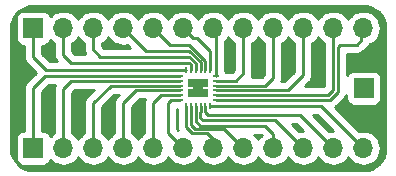
<source format=gtl>
G04 #@! TF.GenerationSoftware,KiCad,Pcbnew,(5.1.4-6-g300381ba4)-1*
G04 #@! TF.CreationDate,2019-11-22T10:46:45+00:00*
G04 #@! TF.ProjectId,qfn-24-breakout,71666e2d-3234-42d6-9272-65616b6f7574,rev?*
G04 #@! TF.SameCoordinates,Original*
G04 #@! TF.FileFunction,Copper,L1,Top*
G04 #@! TF.FilePolarity,Positive*
%FSLAX46Y46*%
G04 Gerber Fmt 4.6, Leading zero omitted, Abs format (unit mm)*
G04 Created by KiCad (PCBNEW (5.1.4-6-g300381ba4)-1) date 2019-11-22 10:46:45*
%MOMM*%
%LPD*%
G04 APERTURE LIST*
%ADD10R,1.700000X1.700000*%
%ADD11O,1.700000X1.700000*%
%ADD12R,0.550000X0.200000*%
%ADD13R,0.200000X0.550000*%
%ADD14R,0.875000X0.800000*%
%ADD15C,0.800000*%
%ADD16C,0.250000*%
%ADD17C,0.254000*%
G04 APERTURE END LIST*
D10*
X205800000Y-73660000D03*
D11*
X205740000Y-78740000D03*
X203200000Y-78740000D03*
X200660000Y-78740000D03*
X198120000Y-78740000D03*
X195580000Y-78740000D03*
X193040000Y-78740000D03*
X190500000Y-78740000D03*
X187960000Y-78740000D03*
X185420000Y-78740000D03*
X182880000Y-78740000D03*
X180340000Y-78740000D03*
D10*
X177800000Y-78740000D03*
X177800000Y-68580000D03*
D11*
X180340000Y-68580000D03*
X182880000Y-68580000D03*
X185420000Y-68580000D03*
X187960000Y-68580000D03*
X190500000Y-68580000D03*
X193040000Y-68580000D03*
X195580000Y-68580000D03*
X198120000Y-68580000D03*
X200660000Y-68580000D03*
X203200000Y-68580000D03*
X205740000Y-68580000D03*
D12*
X190270000Y-72660000D03*
X190270000Y-73060000D03*
X190270000Y-73460000D03*
X190270000Y-73860000D03*
X190270000Y-74260000D03*
X190270000Y-74660000D03*
D13*
X190770000Y-75160000D03*
X191170000Y-75160000D03*
X191570000Y-75160000D03*
X191970000Y-75160000D03*
X192370000Y-75160000D03*
X192770000Y-75160000D03*
D12*
X193270000Y-74660000D03*
X193270000Y-74260000D03*
X193270000Y-73860000D03*
X193270000Y-73460000D03*
X193270000Y-73060000D03*
X193270000Y-72660000D03*
D13*
X192770000Y-72160000D03*
X192370000Y-72160000D03*
X191970000Y-72160000D03*
X191570000Y-72160000D03*
X191170000Y-72160000D03*
X190770000Y-72160000D03*
D14*
X192205000Y-74060000D03*
X192205000Y-73260000D03*
X191335000Y-74060000D03*
X191335000Y-73260000D03*
D15*
X191770000Y-73660000D03*
D16*
X190270000Y-72660000D02*
X178800000Y-72660000D01*
X178800000Y-72660000D02*
X177800000Y-73660000D01*
X177800000Y-73660000D02*
X177800000Y-78740000D01*
X180340000Y-73730000D02*
X180340000Y-78740000D01*
X190270000Y-73060000D02*
X181010000Y-73060000D01*
X181010000Y-73060000D02*
X180340000Y-73730000D01*
X190270000Y-73460000D02*
X184350000Y-73460000D01*
X182880000Y-74930000D02*
X182880000Y-78740000D01*
X184350000Y-73460000D02*
X182880000Y-74930000D01*
X190270000Y-73860000D02*
X186490000Y-73860000D01*
X185420000Y-74930000D02*
X185420000Y-78740000D01*
X186490000Y-73860000D02*
X185420000Y-74930000D01*
X190270000Y-74260000D02*
X188630000Y-74260000D01*
X187960000Y-74930000D02*
X187960000Y-78740000D01*
X188630000Y-74260000D02*
X187960000Y-74930000D01*
X190270000Y-74660000D02*
X189500000Y-74660000D01*
X189500000Y-74660000D02*
X189230000Y-74930000D01*
X189230000Y-77470000D02*
X190500000Y-78740000D01*
X189230000Y-74930000D02*
X189230000Y-77470000D01*
X193040000Y-77978000D02*
X193040000Y-78740000D01*
X190770000Y-75685000D02*
X190754000Y-75701000D01*
X190770000Y-75160000D02*
X190770000Y-75685000D01*
X190754000Y-75701000D02*
X190754000Y-76962000D01*
X190754000Y-76962000D02*
X191262000Y-77470000D01*
X191262000Y-77470000D02*
X192532000Y-77470000D01*
X192532000Y-77470000D02*
X193040000Y-77978000D01*
X191170000Y-75685000D02*
X191135000Y-75720000D01*
X191170000Y-75160000D02*
X191170000Y-75685000D01*
X191135000Y-75720000D02*
X191135000Y-76771500D01*
X191135000Y-76771500D02*
X191516000Y-77152500D01*
X193992500Y-77152500D02*
X195580000Y-78740000D01*
X191516000Y-77152500D02*
X193992500Y-77152500D01*
X191570000Y-75685000D02*
X191579500Y-75694500D01*
X191570000Y-75160000D02*
X191570000Y-75685000D01*
X198120000Y-77537919D02*
X198120000Y-78740000D01*
X197417081Y-76835000D02*
X198120000Y-77537919D01*
X191960500Y-76835000D02*
X197417081Y-76835000D01*
X191570000Y-75685000D02*
X191570000Y-76444500D01*
X191570000Y-76444500D02*
X191960500Y-76835000D01*
X191970000Y-75685000D02*
X191960500Y-75694500D01*
X191970000Y-75160000D02*
X191970000Y-75685000D01*
X191960500Y-75694500D02*
X191960500Y-76200000D01*
X191960500Y-76200000D02*
X192151000Y-76390500D01*
X198310500Y-76390500D02*
X200660000Y-78740000D01*
X192151000Y-76390500D02*
X198310500Y-76390500D01*
X200406000Y-75946000D02*
X203200000Y-78740000D01*
X192631000Y-75946000D02*
X200406000Y-75946000D01*
X192370000Y-75160000D02*
X192370000Y-75685000D01*
X192370000Y-75685000D02*
X192631000Y-75946000D01*
X202160000Y-75160000D02*
X205740000Y-78740000D01*
X192770000Y-75160000D02*
X202160000Y-75160000D01*
X193270000Y-74660000D02*
X193795000Y-74660000D01*
X193795000Y-74660000D02*
X193811000Y-74676000D01*
X203200000Y-73800000D02*
X203200000Y-68580000D01*
X193270000Y-74260000D02*
X202740000Y-74260000D01*
X202740000Y-74260000D02*
X203200000Y-73800000D01*
X193270000Y-73860000D02*
X199390000Y-73860000D01*
X200660000Y-72590000D02*
X200660000Y-68580000D01*
X199390000Y-73860000D02*
X200660000Y-72590000D01*
X193270000Y-73460000D02*
X197460000Y-73460000D01*
X198120000Y-72800000D02*
X198120000Y-68580000D01*
X197460000Y-73460000D02*
X198120000Y-72800000D01*
X193270000Y-73060000D02*
X194940000Y-73060000D01*
X195580000Y-72420000D02*
X195580000Y-68580000D01*
X194940000Y-73060000D02*
X195580000Y-72420000D01*
X193270000Y-68810000D02*
X193040000Y-68580000D01*
X193270000Y-72660000D02*
X193270000Y-68810000D01*
X190770000Y-72160000D02*
X178910000Y-72160000D01*
X177800000Y-71050000D02*
X177800000Y-68580000D01*
X178910000Y-72160000D02*
X177800000Y-71050000D01*
X191170000Y-71635000D02*
X191035000Y-71500000D01*
X191170000Y-72160000D02*
X191170000Y-71635000D01*
X191035000Y-71500000D02*
X181000000Y-71500000D01*
X180340000Y-70840000D02*
X180340000Y-68580000D01*
X181000000Y-71500000D02*
X180340000Y-70840000D01*
X182880000Y-70380000D02*
X182880000Y-68580000D01*
X183500000Y-71000000D02*
X182880000Y-70380000D01*
X191000000Y-71000000D02*
X183500000Y-71000000D01*
X191570000Y-72160000D02*
X191570000Y-71570000D01*
X191570000Y-71570000D02*
X191000000Y-71000000D01*
X191970000Y-72160000D02*
X191970000Y-71470000D01*
X191970000Y-71470000D02*
X191000000Y-70500000D01*
X187340000Y-70500000D02*
X185420000Y-68580000D01*
X191000000Y-70500000D02*
X187340000Y-70500000D01*
X192370000Y-72160000D02*
X192370000Y-71370000D01*
X192370000Y-71370000D02*
X191000000Y-70000000D01*
X189380000Y-70000000D02*
X187960000Y-68580000D01*
X191000000Y-70000000D02*
X189380000Y-70000000D01*
X192770000Y-72160000D02*
X192770000Y-70770000D01*
X191349999Y-69429999D02*
X191679999Y-69429999D01*
X190500000Y-68580000D02*
X191349999Y-69429999D01*
X192770000Y-70520000D02*
X192770000Y-70770000D01*
X191679999Y-69429999D02*
X192770000Y-70520000D01*
X193811000Y-74676000D02*
X202924000Y-74676000D01*
X205600000Y-68720000D02*
X205740000Y-68580000D01*
X203600000Y-74000000D02*
X203600000Y-70200000D01*
X202924000Y-74676000D02*
X203600000Y-74000000D01*
X203600000Y-70200000D02*
X203800000Y-70000000D01*
X203800000Y-70000000D02*
X205200000Y-70000000D01*
X205200000Y-70000000D02*
X205600000Y-69600000D01*
X205600000Y-69600000D02*
X205600000Y-68720000D01*
D17*
G36*
X206104545Y-66738909D02*
G01*
X206455208Y-66844780D01*
X206778625Y-67016744D01*
X207062484Y-67248254D01*
X207295965Y-67530486D01*
X207470183Y-67852695D01*
X207578502Y-68202614D01*
X207620001Y-68597452D01*
X207620000Y-78707721D01*
X207581091Y-79104545D01*
X207475220Y-79455206D01*
X207303257Y-79778623D01*
X207071748Y-80062482D01*
X206789514Y-80295965D01*
X206467304Y-80470184D01*
X206117385Y-80578502D01*
X205722557Y-80620000D01*
X177832279Y-80620000D01*
X177435455Y-80581091D01*
X177084794Y-80475220D01*
X176761377Y-80303257D01*
X176477518Y-80071748D01*
X176244035Y-79789514D01*
X176069816Y-79467304D01*
X175961498Y-79117385D01*
X175920000Y-78722557D01*
X175920000Y-68612279D01*
X175958909Y-68215455D01*
X176064780Y-67864792D01*
X176136450Y-67730000D01*
X176311928Y-67730000D01*
X176311928Y-69430000D01*
X176324188Y-69554482D01*
X176360498Y-69674180D01*
X176419463Y-69784494D01*
X176498815Y-69881185D01*
X176595506Y-69960537D01*
X176705820Y-70019502D01*
X176825518Y-70055812D01*
X176950000Y-70068072D01*
X177040000Y-70068072D01*
X177040000Y-71012677D01*
X177036324Y-71050000D01*
X177040000Y-71087322D01*
X177040000Y-71087332D01*
X177050997Y-71198985D01*
X177091548Y-71332667D01*
X177094454Y-71342246D01*
X177165026Y-71474276D01*
X177195167Y-71511002D01*
X177259999Y-71590001D01*
X177289002Y-71613804D01*
X178030198Y-72355000D01*
X177289002Y-73096196D01*
X177259999Y-73119999D01*
X177207740Y-73183677D01*
X177165026Y-73235724D01*
X177104479Y-73348998D01*
X177094454Y-73367754D01*
X177050997Y-73511015D01*
X177040000Y-73622668D01*
X177040000Y-73622678D01*
X177036324Y-73660000D01*
X177040000Y-73697323D01*
X177040001Y-77251928D01*
X176950000Y-77251928D01*
X176825518Y-77264188D01*
X176705820Y-77300498D01*
X176595506Y-77359463D01*
X176498815Y-77438815D01*
X176419463Y-77535506D01*
X176360498Y-77645820D01*
X176324188Y-77765518D01*
X176311928Y-77890000D01*
X176311928Y-79590000D01*
X176324188Y-79714482D01*
X176360498Y-79834180D01*
X176419463Y-79944494D01*
X176498815Y-80041185D01*
X176595506Y-80120537D01*
X176705820Y-80179502D01*
X176825518Y-80215812D01*
X176950000Y-80228072D01*
X178650000Y-80228072D01*
X178774482Y-80215812D01*
X178894180Y-80179502D01*
X179004494Y-80120537D01*
X179101185Y-80041185D01*
X179180537Y-79944494D01*
X179239502Y-79834180D01*
X179260393Y-79765313D01*
X179284866Y-79795134D01*
X179510986Y-79980706D01*
X179768966Y-80118599D01*
X180048889Y-80203513D01*
X180267050Y-80225000D01*
X180412950Y-80225000D01*
X180631111Y-80203513D01*
X180911034Y-80118599D01*
X181169014Y-79980706D01*
X181395134Y-79795134D01*
X181580706Y-79569014D01*
X181610000Y-79514209D01*
X181639294Y-79569014D01*
X181824866Y-79795134D01*
X182050986Y-79980706D01*
X182308966Y-80118599D01*
X182588889Y-80203513D01*
X182807050Y-80225000D01*
X182952950Y-80225000D01*
X183171111Y-80203513D01*
X183451034Y-80118599D01*
X183709014Y-79980706D01*
X183935134Y-79795134D01*
X184120706Y-79569014D01*
X184150000Y-79514209D01*
X184179294Y-79569014D01*
X184364866Y-79795134D01*
X184590986Y-79980706D01*
X184848966Y-80118599D01*
X185128889Y-80203513D01*
X185347050Y-80225000D01*
X185492950Y-80225000D01*
X185711111Y-80203513D01*
X185991034Y-80118599D01*
X186249014Y-79980706D01*
X186475134Y-79795134D01*
X186660706Y-79569014D01*
X186690000Y-79514209D01*
X186719294Y-79569014D01*
X186904866Y-79795134D01*
X187130986Y-79980706D01*
X187388966Y-80118599D01*
X187668889Y-80203513D01*
X187887050Y-80225000D01*
X188032950Y-80225000D01*
X188251111Y-80203513D01*
X188531034Y-80118599D01*
X188789014Y-79980706D01*
X189015134Y-79795134D01*
X189200706Y-79569014D01*
X189230000Y-79514209D01*
X189259294Y-79569014D01*
X189444866Y-79795134D01*
X189670986Y-79980706D01*
X189928966Y-80118599D01*
X190208889Y-80203513D01*
X190427050Y-80225000D01*
X190572950Y-80225000D01*
X190791111Y-80203513D01*
X191071034Y-80118599D01*
X191329014Y-79980706D01*
X191555134Y-79795134D01*
X191740706Y-79569014D01*
X191770000Y-79514209D01*
X191799294Y-79569014D01*
X191984866Y-79795134D01*
X192210986Y-79980706D01*
X192468966Y-80118599D01*
X192748889Y-80203513D01*
X192967050Y-80225000D01*
X193112950Y-80225000D01*
X193331111Y-80203513D01*
X193611034Y-80118599D01*
X193869014Y-79980706D01*
X194095134Y-79795134D01*
X194280706Y-79569014D01*
X194310000Y-79514209D01*
X194339294Y-79569014D01*
X194524866Y-79795134D01*
X194750986Y-79980706D01*
X195008966Y-80118599D01*
X195288889Y-80203513D01*
X195507050Y-80225000D01*
X195652950Y-80225000D01*
X195871111Y-80203513D01*
X196151034Y-80118599D01*
X196409014Y-79980706D01*
X196635134Y-79795134D01*
X196820706Y-79569014D01*
X196850000Y-79514209D01*
X196879294Y-79569014D01*
X197064866Y-79795134D01*
X197290986Y-79980706D01*
X197548966Y-80118599D01*
X197828889Y-80203513D01*
X198047050Y-80225000D01*
X198192950Y-80225000D01*
X198411111Y-80203513D01*
X198691034Y-80118599D01*
X198949014Y-79980706D01*
X199175134Y-79795134D01*
X199360706Y-79569014D01*
X199390000Y-79514209D01*
X199419294Y-79569014D01*
X199604866Y-79795134D01*
X199830986Y-79980706D01*
X200088966Y-80118599D01*
X200368889Y-80203513D01*
X200587050Y-80225000D01*
X200732950Y-80225000D01*
X200951111Y-80203513D01*
X201231034Y-80118599D01*
X201489014Y-79980706D01*
X201715134Y-79795134D01*
X201900706Y-79569014D01*
X201930000Y-79514209D01*
X201959294Y-79569014D01*
X202144866Y-79795134D01*
X202370986Y-79980706D01*
X202628966Y-80118599D01*
X202908889Y-80203513D01*
X203127050Y-80225000D01*
X203272950Y-80225000D01*
X203491111Y-80203513D01*
X203771034Y-80118599D01*
X204029014Y-79980706D01*
X204255134Y-79795134D01*
X204440706Y-79569014D01*
X204470000Y-79514209D01*
X204499294Y-79569014D01*
X204684866Y-79795134D01*
X204910986Y-79980706D01*
X205168966Y-80118599D01*
X205448889Y-80203513D01*
X205667050Y-80225000D01*
X205812950Y-80225000D01*
X206031111Y-80203513D01*
X206311034Y-80118599D01*
X206569014Y-79980706D01*
X206795134Y-79795134D01*
X206980706Y-79569014D01*
X207118599Y-79311034D01*
X207203513Y-79031111D01*
X207232185Y-78740000D01*
X207203513Y-78448889D01*
X207118599Y-78168966D01*
X206980706Y-77910986D01*
X206795134Y-77684866D01*
X206569014Y-77499294D01*
X206311034Y-77361401D01*
X206031111Y-77276487D01*
X205812950Y-77255000D01*
X205667050Y-77255000D01*
X205448889Y-77276487D01*
X205374005Y-77299203D01*
X203368872Y-75294071D01*
X203464001Y-75216001D01*
X203487803Y-75186998D01*
X204111004Y-74563798D01*
X204140001Y-74540001D01*
X204234974Y-74424276D01*
X204305546Y-74292247D01*
X204311928Y-74271208D01*
X204311928Y-74510000D01*
X204324188Y-74634482D01*
X204360498Y-74754180D01*
X204419463Y-74864494D01*
X204498815Y-74961185D01*
X204595506Y-75040537D01*
X204705820Y-75099502D01*
X204825518Y-75135812D01*
X204950000Y-75148072D01*
X206650000Y-75148072D01*
X206774482Y-75135812D01*
X206894180Y-75099502D01*
X207004494Y-75040537D01*
X207101185Y-74961185D01*
X207180537Y-74864494D01*
X207239502Y-74754180D01*
X207275812Y-74634482D01*
X207288072Y-74510000D01*
X207288072Y-72810000D01*
X207275812Y-72685518D01*
X207239502Y-72565820D01*
X207180537Y-72455506D01*
X207101185Y-72358815D01*
X207004494Y-72279463D01*
X206894180Y-72220498D01*
X206774482Y-72184188D01*
X206650000Y-72171928D01*
X204950000Y-72171928D01*
X204825518Y-72184188D01*
X204705820Y-72220498D01*
X204595506Y-72279463D01*
X204498815Y-72358815D01*
X204419463Y-72455506D01*
X204360498Y-72565820D01*
X204360000Y-72567462D01*
X204360000Y-70760000D01*
X205162678Y-70760000D01*
X205200000Y-70763676D01*
X205237322Y-70760000D01*
X205237333Y-70760000D01*
X205348986Y-70749003D01*
X205492247Y-70705546D01*
X205624276Y-70634974D01*
X205740001Y-70540001D01*
X205763803Y-70510998D01*
X206111003Y-70163799D01*
X206140001Y-70140001D01*
X206234974Y-70024276D01*
X206262154Y-69973427D01*
X206311034Y-69958599D01*
X206569014Y-69820706D01*
X206795134Y-69635134D01*
X206980706Y-69409014D01*
X207118599Y-69151034D01*
X207203513Y-68871111D01*
X207232185Y-68580000D01*
X207203513Y-68288889D01*
X207118599Y-68008966D01*
X206980706Y-67750986D01*
X206795134Y-67524866D01*
X206569014Y-67339294D01*
X206311034Y-67201401D01*
X206031111Y-67116487D01*
X205812950Y-67095000D01*
X205667050Y-67095000D01*
X205448889Y-67116487D01*
X205168966Y-67201401D01*
X204910986Y-67339294D01*
X204684866Y-67524866D01*
X204499294Y-67750986D01*
X204470000Y-67805791D01*
X204440706Y-67750986D01*
X204255134Y-67524866D01*
X204029014Y-67339294D01*
X203771034Y-67201401D01*
X203491111Y-67116487D01*
X203272950Y-67095000D01*
X203127050Y-67095000D01*
X202908889Y-67116487D01*
X202628966Y-67201401D01*
X202370986Y-67339294D01*
X202144866Y-67524866D01*
X201959294Y-67750986D01*
X201930000Y-67805791D01*
X201900706Y-67750986D01*
X201715134Y-67524866D01*
X201489014Y-67339294D01*
X201231034Y-67201401D01*
X200951111Y-67116487D01*
X200732950Y-67095000D01*
X200587050Y-67095000D01*
X200368889Y-67116487D01*
X200088966Y-67201401D01*
X199830986Y-67339294D01*
X199604866Y-67524866D01*
X199419294Y-67750986D01*
X199390000Y-67805791D01*
X199360706Y-67750986D01*
X199175134Y-67524866D01*
X198949014Y-67339294D01*
X198691034Y-67201401D01*
X198411111Y-67116487D01*
X198192950Y-67095000D01*
X198047050Y-67095000D01*
X197828889Y-67116487D01*
X197548966Y-67201401D01*
X197290986Y-67339294D01*
X197064866Y-67524866D01*
X196879294Y-67750986D01*
X196850000Y-67805791D01*
X196820706Y-67750986D01*
X196635134Y-67524866D01*
X196409014Y-67339294D01*
X196151034Y-67201401D01*
X195871111Y-67116487D01*
X195652950Y-67095000D01*
X195507050Y-67095000D01*
X195288889Y-67116487D01*
X195008966Y-67201401D01*
X194750986Y-67339294D01*
X194524866Y-67524866D01*
X194339294Y-67750986D01*
X194310000Y-67805791D01*
X194280706Y-67750986D01*
X194095134Y-67524866D01*
X193869014Y-67339294D01*
X193611034Y-67201401D01*
X193331111Y-67116487D01*
X193112950Y-67095000D01*
X192967050Y-67095000D01*
X192748889Y-67116487D01*
X192468966Y-67201401D01*
X192210986Y-67339294D01*
X191984866Y-67524866D01*
X191799294Y-67750986D01*
X191770000Y-67805791D01*
X191740706Y-67750986D01*
X191555134Y-67524866D01*
X191329014Y-67339294D01*
X191071034Y-67201401D01*
X190791111Y-67116487D01*
X190572950Y-67095000D01*
X190427050Y-67095000D01*
X190208889Y-67116487D01*
X189928966Y-67201401D01*
X189670986Y-67339294D01*
X189444866Y-67524866D01*
X189259294Y-67750986D01*
X189230000Y-67805791D01*
X189200706Y-67750986D01*
X189015134Y-67524866D01*
X188789014Y-67339294D01*
X188531034Y-67201401D01*
X188251111Y-67116487D01*
X188032950Y-67095000D01*
X187887050Y-67095000D01*
X187668889Y-67116487D01*
X187388966Y-67201401D01*
X187130986Y-67339294D01*
X186904866Y-67524866D01*
X186719294Y-67750986D01*
X186690000Y-67805791D01*
X186660706Y-67750986D01*
X186475134Y-67524866D01*
X186249014Y-67339294D01*
X185991034Y-67201401D01*
X185711111Y-67116487D01*
X185492950Y-67095000D01*
X185347050Y-67095000D01*
X185128889Y-67116487D01*
X184848966Y-67201401D01*
X184590986Y-67339294D01*
X184364866Y-67524866D01*
X184179294Y-67750986D01*
X184150000Y-67805791D01*
X184120706Y-67750986D01*
X183935134Y-67524866D01*
X183709014Y-67339294D01*
X183451034Y-67201401D01*
X183171111Y-67116487D01*
X182952950Y-67095000D01*
X182807050Y-67095000D01*
X182588889Y-67116487D01*
X182308966Y-67201401D01*
X182050986Y-67339294D01*
X181824866Y-67524866D01*
X181639294Y-67750986D01*
X181610000Y-67805791D01*
X181580706Y-67750986D01*
X181395134Y-67524866D01*
X181169014Y-67339294D01*
X180911034Y-67201401D01*
X180631111Y-67116487D01*
X180412950Y-67095000D01*
X180267050Y-67095000D01*
X180048889Y-67116487D01*
X179768966Y-67201401D01*
X179510986Y-67339294D01*
X179284866Y-67524866D01*
X179260393Y-67554687D01*
X179239502Y-67485820D01*
X179180537Y-67375506D01*
X179101185Y-67278815D01*
X179004494Y-67199463D01*
X178894180Y-67140498D01*
X178774482Y-67104188D01*
X178650000Y-67091928D01*
X176950000Y-67091928D01*
X176825518Y-67104188D01*
X176705820Y-67140498D01*
X176595506Y-67199463D01*
X176498815Y-67278815D01*
X176419463Y-67375506D01*
X176360498Y-67485820D01*
X176324188Y-67605518D01*
X176311928Y-67730000D01*
X176136450Y-67730000D01*
X176236744Y-67541375D01*
X176468254Y-67257516D01*
X176750486Y-67024035D01*
X177072695Y-66849817D01*
X177422614Y-66741498D01*
X177817443Y-66700000D01*
X205707721Y-66700000D01*
X206104545Y-66738909D01*
X206104545Y-66738909D01*
G37*
X206104545Y-66738909D02*
X206455208Y-66844780D01*
X206778625Y-67016744D01*
X207062484Y-67248254D01*
X207295965Y-67530486D01*
X207470183Y-67852695D01*
X207578502Y-68202614D01*
X207620001Y-68597452D01*
X207620000Y-78707721D01*
X207581091Y-79104545D01*
X207475220Y-79455206D01*
X207303257Y-79778623D01*
X207071748Y-80062482D01*
X206789514Y-80295965D01*
X206467304Y-80470184D01*
X206117385Y-80578502D01*
X205722557Y-80620000D01*
X177832279Y-80620000D01*
X177435455Y-80581091D01*
X177084794Y-80475220D01*
X176761377Y-80303257D01*
X176477518Y-80071748D01*
X176244035Y-79789514D01*
X176069816Y-79467304D01*
X175961498Y-79117385D01*
X175920000Y-78722557D01*
X175920000Y-68612279D01*
X175958909Y-68215455D01*
X176064780Y-67864792D01*
X176136450Y-67730000D01*
X176311928Y-67730000D01*
X176311928Y-69430000D01*
X176324188Y-69554482D01*
X176360498Y-69674180D01*
X176419463Y-69784494D01*
X176498815Y-69881185D01*
X176595506Y-69960537D01*
X176705820Y-70019502D01*
X176825518Y-70055812D01*
X176950000Y-70068072D01*
X177040000Y-70068072D01*
X177040000Y-71012677D01*
X177036324Y-71050000D01*
X177040000Y-71087322D01*
X177040000Y-71087332D01*
X177050997Y-71198985D01*
X177091548Y-71332667D01*
X177094454Y-71342246D01*
X177165026Y-71474276D01*
X177195167Y-71511002D01*
X177259999Y-71590001D01*
X177289002Y-71613804D01*
X178030198Y-72355000D01*
X177289002Y-73096196D01*
X177259999Y-73119999D01*
X177207740Y-73183677D01*
X177165026Y-73235724D01*
X177104479Y-73348998D01*
X177094454Y-73367754D01*
X177050997Y-73511015D01*
X177040000Y-73622668D01*
X177040000Y-73622678D01*
X177036324Y-73660000D01*
X177040000Y-73697323D01*
X177040001Y-77251928D01*
X176950000Y-77251928D01*
X176825518Y-77264188D01*
X176705820Y-77300498D01*
X176595506Y-77359463D01*
X176498815Y-77438815D01*
X176419463Y-77535506D01*
X176360498Y-77645820D01*
X176324188Y-77765518D01*
X176311928Y-77890000D01*
X176311928Y-79590000D01*
X176324188Y-79714482D01*
X176360498Y-79834180D01*
X176419463Y-79944494D01*
X176498815Y-80041185D01*
X176595506Y-80120537D01*
X176705820Y-80179502D01*
X176825518Y-80215812D01*
X176950000Y-80228072D01*
X178650000Y-80228072D01*
X178774482Y-80215812D01*
X178894180Y-80179502D01*
X179004494Y-80120537D01*
X179101185Y-80041185D01*
X179180537Y-79944494D01*
X179239502Y-79834180D01*
X179260393Y-79765313D01*
X179284866Y-79795134D01*
X179510986Y-79980706D01*
X179768966Y-80118599D01*
X180048889Y-80203513D01*
X180267050Y-80225000D01*
X180412950Y-80225000D01*
X180631111Y-80203513D01*
X180911034Y-80118599D01*
X181169014Y-79980706D01*
X181395134Y-79795134D01*
X181580706Y-79569014D01*
X181610000Y-79514209D01*
X181639294Y-79569014D01*
X181824866Y-79795134D01*
X182050986Y-79980706D01*
X182308966Y-80118599D01*
X182588889Y-80203513D01*
X182807050Y-80225000D01*
X182952950Y-80225000D01*
X183171111Y-80203513D01*
X183451034Y-80118599D01*
X183709014Y-79980706D01*
X183935134Y-79795134D01*
X184120706Y-79569014D01*
X184150000Y-79514209D01*
X184179294Y-79569014D01*
X184364866Y-79795134D01*
X184590986Y-79980706D01*
X184848966Y-80118599D01*
X185128889Y-80203513D01*
X185347050Y-80225000D01*
X185492950Y-80225000D01*
X185711111Y-80203513D01*
X185991034Y-80118599D01*
X186249014Y-79980706D01*
X186475134Y-79795134D01*
X186660706Y-79569014D01*
X186690000Y-79514209D01*
X186719294Y-79569014D01*
X186904866Y-79795134D01*
X187130986Y-79980706D01*
X187388966Y-80118599D01*
X187668889Y-80203513D01*
X187887050Y-80225000D01*
X188032950Y-80225000D01*
X188251111Y-80203513D01*
X188531034Y-80118599D01*
X188789014Y-79980706D01*
X189015134Y-79795134D01*
X189200706Y-79569014D01*
X189230000Y-79514209D01*
X189259294Y-79569014D01*
X189444866Y-79795134D01*
X189670986Y-79980706D01*
X189928966Y-80118599D01*
X190208889Y-80203513D01*
X190427050Y-80225000D01*
X190572950Y-80225000D01*
X190791111Y-80203513D01*
X191071034Y-80118599D01*
X191329014Y-79980706D01*
X191555134Y-79795134D01*
X191740706Y-79569014D01*
X191770000Y-79514209D01*
X191799294Y-79569014D01*
X191984866Y-79795134D01*
X192210986Y-79980706D01*
X192468966Y-80118599D01*
X192748889Y-80203513D01*
X192967050Y-80225000D01*
X193112950Y-80225000D01*
X193331111Y-80203513D01*
X193611034Y-80118599D01*
X193869014Y-79980706D01*
X194095134Y-79795134D01*
X194280706Y-79569014D01*
X194310000Y-79514209D01*
X194339294Y-79569014D01*
X194524866Y-79795134D01*
X194750986Y-79980706D01*
X195008966Y-80118599D01*
X195288889Y-80203513D01*
X195507050Y-80225000D01*
X195652950Y-80225000D01*
X195871111Y-80203513D01*
X196151034Y-80118599D01*
X196409014Y-79980706D01*
X196635134Y-79795134D01*
X196820706Y-79569014D01*
X196850000Y-79514209D01*
X196879294Y-79569014D01*
X197064866Y-79795134D01*
X197290986Y-79980706D01*
X197548966Y-80118599D01*
X197828889Y-80203513D01*
X198047050Y-80225000D01*
X198192950Y-80225000D01*
X198411111Y-80203513D01*
X198691034Y-80118599D01*
X198949014Y-79980706D01*
X199175134Y-79795134D01*
X199360706Y-79569014D01*
X199390000Y-79514209D01*
X199419294Y-79569014D01*
X199604866Y-79795134D01*
X199830986Y-79980706D01*
X200088966Y-80118599D01*
X200368889Y-80203513D01*
X200587050Y-80225000D01*
X200732950Y-80225000D01*
X200951111Y-80203513D01*
X201231034Y-80118599D01*
X201489014Y-79980706D01*
X201715134Y-79795134D01*
X201900706Y-79569014D01*
X201930000Y-79514209D01*
X201959294Y-79569014D01*
X202144866Y-79795134D01*
X202370986Y-79980706D01*
X202628966Y-80118599D01*
X202908889Y-80203513D01*
X203127050Y-80225000D01*
X203272950Y-80225000D01*
X203491111Y-80203513D01*
X203771034Y-80118599D01*
X204029014Y-79980706D01*
X204255134Y-79795134D01*
X204440706Y-79569014D01*
X204470000Y-79514209D01*
X204499294Y-79569014D01*
X204684866Y-79795134D01*
X204910986Y-79980706D01*
X205168966Y-80118599D01*
X205448889Y-80203513D01*
X205667050Y-80225000D01*
X205812950Y-80225000D01*
X206031111Y-80203513D01*
X206311034Y-80118599D01*
X206569014Y-79980706D01*
X206795134Y-79795134D01*
X206980706Y-79569014D01*
X207118599Y-79311034D01*
X207203513Y-79031111D01*
X207232185Y-78740000D01*
X207203513Y-78448889D01*
X207118599Y-78168966D01*
X206980706Y-77910986D01*
X206795134Y-77684866D01*
X206569014Y-77499294D01*
X206311034Y-77361401D01*
X206031111Y-77276487D01*
X205812950Y-77255000D01*
X205667050Y-77255000D01*
X205448889Y-77276487D01*
X205374005Y-77299203D01*
X203368872Y-75294071D01*
X203464001Y-75216001D01*
X203487803Y-75186998D01*
X204111004Y-74563798D01*
X204140001Y-74540001D01*
X204234974Y-74424276D01*
X204305546Y-74292247D01*
X204311928Y-74271208D01*
X204311928Y-74510000D01*
X204324188Y-74634482D01*
X204360498Y-74754180D01*
X204419463Y-74864494D01*
X204498815Y-74961185D01*
X204595506Y-75040537D01*
X204705820Y-75099502D01*
X204825518Y-75135812D01*
X204950000Y-75148072D01*
X206650000Y-75148072D01*
X206774482Y-75135812D01*
X206894180Y-75099502D01*
X207004494Y-75040537D01*
X207101185Y-74961185D01*
X207180537Y-74864494D01*
X207239502Y-74754180D01*
X207275812Y-74634482D01*
X207288072Y-74510000D01*
X207288072Y-72810000D01*
X207275812Y-72685518D01*
X207239502Y-72565820D01*
X207180537Y-72455506D01*
X207101185Y-72358815D01*
X207004494Y-72279463D01*
X206894180Y-72220498D01*
X206774482Y-72184188D01*
X206650000Y-72171928D01*
X204950000Y-72171928D01*
X204825518Y-72184188D01*
X204705820Y-72220498D01*
X204595506Y-72279463D01*
X204498815Y-72358815D01*
X204419463Y-72455506D01*
X204360498Y-72565820D01*
X204360000Y-72567462D01*
X204360000Y-70760000D01*
X205162678Y-70760000D01*
X205200000Y-70763676D01*
X205237322Y-70760000D01*
X205237333Y-70760000D01*
X205348986Y-70749003D01*
X205492247Y-70705546D01*
X205624276Y-70634974D01*
X205740001Y-70540001D01*
X205763803Y-70510998D01*
X206111003Y-70163799D01*
X206140001Y-70140001D01*
X206234974Y-70024276D01*
X206262154Y-69973427D01*
X206311034Y-69958599D01*
X206569014Y-69820706D01*
X206795134Y-69635134D01*
X206980706Y-69409014D01*
X207118599Y-69151034D01*
X207203513Y-68871111D01*
X207232185Y-68580000D01*
X207203513Y-68288889D01*
X207118599Y-68008966D01*
X206980706Y-67750986D01*
X206795134Y-67524866D01*
X206569014Y-67339294D01*
X206311034Y-67201401D01*
X206031111Y-67116487D01*
X205812950Y-67095000D01*
X205667050Y-67095000D01*
X205448889Y-67116487D01*
X205168966Y-67201401D01*
X204910986Y-67339294D01*
X204684866Y-67524866D01*
X204499294Y-67750986D01*
X204470000Y-67805791D01*
X204440706Y-67750986D01*
X204255134Y-67524866D01*
X204029014Y-67339294D01*
X203771034Y-67201401D01*
X203491111Y-67116487D01*
X203272950Y-67095000D01*
X203127050Y-67095000D01*
X202908889Y-67116487D01*
X202628966Y-67201401D01*
X202370986Y-67339294D01*
X202144866Y-67524866D01*
X201959294Y-67750986D01*
X201930000Y-67805791D01*
X201900706Y-67750986D01*
X201715134Y-67524866D01*
X201489014Y-67339294D01*
X201231034Y-67201401D01*
X200951111Y-67116487D01*
X200732950Y-67095000D01*
X200587050Y-67095000D01*
X200368889Y-67116487D01*
X200088966Y-67201401D01*
X199830986Y-67339294D01*
X199604866Y-67524866D01*
X199419294Y-67750986D01*
X199390000Y-67805791D01*
X199360706Y-67750986D01*
X199175134Y-67524866D01*
X198949014Y-67339294D01*
X198691034Y-67201401D01*
X198411111Y-67116487D01*
X198192950Y-67095000D01*
X198047050Y-67095000D01*
X197828889Y-67116487D01*
X197548966Y-67201401D01*
X197290986Y-67339294D01*
X197064866Y-67524866D01*
X196879294Y-67750986D01*
X196850000Y-67805791D01*
X196820706Y-67750986D01*
X196635134Y-67524866D01*
X196409014Y-67339294D01*
X196151034Y-67201401D01*
X195871111Y-67116487D01*
X195652950Y-67095000D01*
X195507050Y-67095000D01*
X195288889Y-67116487D01*
X195008966Y-67201401D01*
X194750986Y-67339294D01*
X194524866Y-67524866D01*
X194339294Y-67750986D01*
X194310000Y-67805791D01*
X194280706Y-67750986D01*
X194095134Y-67524866D01*
X193869014Y-67339294D01*
X193611034Y-67201401D01*
X193331111Y-67116487D01*
X193112950Y-67095000D01*
X192967050Y-67095000D01*
X192748889Y-67116487D01*
X192468966Y-67201401D01*
X192210986Y-67339294D01*
X191984866Y-67524866D01*
X191799294Y-67750986D01*
X191770000Y-67805791D01*
X191740706Y-67750986D01*
X191555134Y-67524866D01*
X191329014Y-67339294D01*
X191071034Y-67201401D01*
X190791111Y-67116487D01*
X190572950Y-67095000D01*
X190427050Y-67095000D01*
X190208889Y-67116487D01*
X189928966Y-67201401D01*
X189670986Y-67339294D01*
X189444866Y-67524866D01*
X189259294Y-67750986D01*
X189230000Y-67805791D01*
X189200706Y-67750986D01*
X189015134Y-67524866D01*
X188789014Y-67339294D01*
X188531034Y-67201401D01*
X188251111Y-67116487D01*
X188032950Y-67095000D01*
X187887050Y-67095000D01*
X187668889Y-67116487D01*
X187388966Y-67201401D01*
X187130986Y-67339294D01*
X186904866Y-67524866D01*
X186719294Y-67750986D01*
X186690000Y-67805791D01*
X186660706Y-67750986D01*
X186475134Y-67524866D01*
X186249014Y-67339294D01*
X185991034Y-67201401D01*
X185711111Y-67116487D01*
X185492950Y-67095000D01*
X185347050Y-67095000D01*
X185128889Y-67116487D01*
X184848966Y-67201401D01*
X184590986Y-67339294D01*
X184364866Y-67524866D01*
X184179294Y-67750986D01*
X184150000Y-67805791D01*
X184120706Y-67750986D01*
X183935134Y-67524866D01*
X183709014Y-67339294D01*
X183451034Y-67201401D01*
X183171111Y-67116487D01*
X182952950Y-67095000D01*
X182807050Y-67095000D01*
X182588889Y-67116487D01*
X182308966Y-67201401D01*
X182050986Y-67339294D01*
X181824866Y-67524866D01*
X181639294Y-67750986D01*
X181610000Y-67805791D01*
X181580706Y-67750986D01*
X181395134Y-67524866D01*
X181169014Y-67339294D01*
X180911034Y-67201401D01*
X180631111Y-67116487D01*
X180412950Y-67095000D01*
X180267050Y-67095000D01*
X180048889Y-67116487D01*
X179768966Y-67201401D01*
X179510986Y-67339294D01*
X179284866Y-67524866D01*
X179260393Y-67554687D01*
X179239502Y-67485820D01*
X179180537Y-67375506D01*
X179101185Y-67278815D01*
X179004494Y-67199463D01*
X178894180Y-67140498D01*
X178774482Y-67104188D01*
X178650000Y-67091928D01*
X176950000Y-67091928D01*
X176825518Y-67104188D01*
X176705820Y-67140498D01*
X176595506Y-67199463D01*
X176498815Y-67278815D01*
X176419463Y-67375506D01*
X176360498Y-67485820D01*
X176324188Y-67605518D01*
X176311928Y-67730000D01*
X176136450Y-67730000D01*
X176236744Y-67541375D01*
X176468254Y-67257516D01*
X176750486Y-67024035D01*
X177072695Y-66849817D01*
X177422614Y-66741498D01*
X177817443Y-66700000D01*
X205707721Y-66700000D01*
X206104545Y-66738909D01*
G36*
X187254454Y-74637754D02*
G01*
X187210997Y-74781015D01*
X187200000Y-74892668D01*
X187200000Y-74892678D01*
X187196324Y-74930000D01*
X187200000Y-74967323D01*
X187200001Y-77462405D01*
X187130986Y-77499294D01*
X186904866Y-77684866D01*
X186719294Y-77910986D01*
X186690000Y-77965791D01*
X186660706Y-77910986D01*
X186475134Y-77684866D01*
X186249014Y-77499294D01*
X186180000Y-77462405D01*
X186180000Y-75244801D01*
X186804802Y-74620000D01*
X187263944Y-74620000D01*
X187254454Y-74637754D01*
X187254454Y-74637754D01*
G37*
X187254454Y-74637754D02*
X187210997Y-74781015D01*
X187200000Y-74892668D01*
X187200000Y-74892678D01*
X187196324Y-74930000D01*
X187200000Y-74967323D01*
X187200001Y-77462405D01*
X187130986Y-77499294D01*
X186904866Y-77684866D01*
X186719294Y-77910986D01*
X186690000Y-77965791D01*
X186660706Y-77910986D01*
X186475134Y-77684866D01*
X186249014Y-77499294D01*
X186180000Y-77462405D01*
X186180000Y-75244801D01*
X186804802Y-74620000D01*
X187263944Y-74620000D01*
X187254454Y-74637754D01*
G36*
X197134774Y-77627494D02*
G01*
X197064866Y-77684866D01*
X196879294Y-77910986D01*
X196850000Y-77965791D01*
X196820706Y-77910986D01*
X196635134Y-77684866D01*
X196525632Y-77595000D01*
X197102280Y-77595000D01*
X197134774Y-77627494D01*
X197134774Y-77627494D01*
G37*
X197134774Y-77627494D02*
X197064866Y-77684866D01*
X196879294Y-77910986D01*
X196850000Y-77965791D01*
X196820706Y-77910986D01*
X196635134Y-77684866D01*
X196525632Y-77595000D01*
X197102280Y-77595000D01*
X197134774Y-77627494D01*
G36*
X184909002Y-74366196D02*
G01*
X184879999Y-74389999D01*
X184842643Y-74435518D01*
X184785026Y-74505724D01*
X184742929Y-74584482D01*
X184714454Y-74637754D01*
X184670997Y-74781015D01*
X184660000Y-74892668D01*
X184660000Y-74892678D01*
X184656324Y-74930000D01*
X184660000Y-74967323D01*
X184660001Y-77462405D01*
X184590986Y-77499294D01*
X184364866Y-77684866D01*
X184179294Y-77910986D01*
X184150000Y-77965791D01*
X184120706Y-77910986D01*
X183935134Y-77684866D01*
X183709014Y-77499294D01*
X183640000Y-77462405D01*
X183640000Y-75244801D01*
X184664802Y-74220000D01*
X185055199Y-74220000D01*
X184909002Y-74366196D01*
X184909002Y-74366196D01*
G37*
X184909002Y-74366196D02*
X184879999Y-74389999D01*
X184842643Y-74435518D01*
X184785026Y-74505724D01*
X184742929Y-74584482D01*
X184714454Y-74637754D01*
X184670997Y-74781015D01*
X184660000Y-74892668D01*
X184660000Y-74892678D01*
X184656324Y-74930000D01*
X184660000Y-74967323D01*
X184660001Y-77462405D01*
X184590986Y-77499294D01*
X184364866Y-77684866D01*
X184179294Y-77910986D01*
X184150000Y-77965791D01*
X184120706Y-77910986D01*
X183935134Y-77684866D01*
X183709014Y-77499294D01*
X183640000Y-77462405D01*
X183640000Y-75244801D01*
X184664802Y-74220000D01*
X185055199Y-74220000D01*
X184909002Y-74366196D01*
G36*
X182369003Y-74366196D02*
G01*
X182339999Y-74389999D01*
X182302643Y-74435518D01*
X182245026Y-74505724D01*
X182202929Y-74584482D01*
X182174454Y-74637754D01*
X182130997Y-74781015D01*
X182120000Y-74892668D01*
X182120000Y-74892678D01*
X182116324Y-74930000D01*
X182120000Y-74967323D01*
X182120001Y-77462405D01*
X182050986Y-77499294D01*
X181824866Y-77684866D01*
X181639294Y-77910986D01*
X181610000Y-77965791D01*
X181580706Y-77910986D01*
X181395134Y-77684866D01*
X181169014Y-77499294D01*
X181100000Y-77462405D01*
X181100000Y-74044801D01*
X181324802Y-73820000D01*
X182915199Y-73820000D01*
X182369003Y-74366196D01*
X182369003Y-74366196D01*
G37*
X182369003Y-74366196D02*
X182339999Y-74389999D01*
X182302643Y-74435518D01*
X182245026Y-74505724D01*
X182202929Y-74584482D01*
X182174454Y-74637754D01*
X182130997Y-74781015D01*
X182120000Y-74892668D01*
X182120000Y-74892678D01*
X182116324Y-74930000D01*
X182120000Y-74967323D01*
X182120001Y-77462405D01*
X182050986Y-77499294D01*
X181824866Y-77684866D01*
X181639294Y-77910986D01*
X181610000Y-77965791D01*
X181580706Y-77910986D01*
X181395134Y-77684866D01*
X181169014Y-77499294D01*
X181100000Y-77462405D01*
X181100000Y-74044801D01*
X181324802Y-73820000D01*
X182915199Y-73820000D01*
X182369003Y-74366196D01*
G36*
X179634454Y-73437754D02*
G01*
X179590997Y-73581015D01*
X179580000Y-73692668D01*
X179580000Y-73692678D01*
X179576324Y-73730000D01*
X179580000Y-73767323D01*
X179580001Y-77462405D01*
X179510986Y-77499294D01*
X179284866Y-77684866D01*
X179260393Y-77714687D01*
X179239502Y-77645820D01*
X179180537Y-77535506D01*
X179101185Y-77438815D01*
X179004494Y-77359463D01*
X178894180Y-77300498D01*
X178774482Y-77264188D01*
X178650000Y-77251928D01*
X178560000Y-77251928D01*
X178560000Y-73974801D01*
X179114802Y-73420000D01*
X179643944Y-73420000D01*
X179634454Y-73437754D01*
X179634454Y-73437754D01*
G37*
X179634454Y-73437754D02*
X179590997Y-73581015D01*
X179580000Y-73692668D01*
X179580000Y-73692678D01*
X179576324Y-73730000D01*
X179580000Y-73767323D01*
X179580001Y-77462405D01*
X179510986Y-77499294D01*
X179284866Y-77684866D01*
X179260393Y-77714687D01*
X179239502Y-77645820D01*
X179180537Y-77535506D01*
X179101185Y-77438815D01*
X179004494Y-77359463D01*
X178894180Y-77300498D01*
X178774482Y-77264188D01*
X178650000Y-77251928D01*
X178560000Y-77251928D01*
X178560000Y-73974801D01*
X179114802Y-73420000D01*
X179643944Y-73420000D01*
X179634454Y-73437754D01*
G36*
X200640199Y-77255000D02*
G01*
X200587050Y-77255000D01*
X200368889Y-77276487D01*
X200294005Y-77299203D01*
X199700801Y-76706000D01*
X200091199Y-76706000D01*
X200640199Y-77255000D01*
X200640199Y-77255000D01*
G37*
X200640199Y-77255000D02*
X200587050Y-77255000D01*
X200368889Y-77276487D01*
X200294005Y-77299203D01*
X199700801Y-76706000D01*
X200091199Y-76706000D01*
X200640199Y-77255000D01*
G36*
X203180199Y-77255000D02*
G01*
X203127050Y-77255000D01*
X202908889Y-77276487D01*
X202834005Y-77299203D01*
X201454801Y-75920000D01*
X201845199Y-75920000D01*
X203180199Y-77255000D01*
X203180199Y-77255000D01*
G37*
X203180199Y-77255000D02*
X203127050Y-77255000D01*
X202908889Y-77276487D01*
X202834005Y-77299203D01*
X201454801Y-75920000D01*
X201845199Y-75920000D01*
X203180199Y-77255000D01*
G36*
X190010000Y-75535522D02*
G01*
X190004997Y-75552015D01*
X189994000Y-75663668D01*
X189994000Y-75663678D01*
X189990324Y-75701000D01*
X189994000Y-75738323D01*
X189994001Y-76924668D01*
X189990324Y-76962000D01*
X189994001Y-76999333D01*
X190004998Y-77110986D01*
X190009931Y-77127247D01*
X190030779Y-77195978D01*
X189990000Y-77155199D01*
X189990000Y-75420000D01*
X190010000Y-75420000D01*
X190010000Y-75535522D01*
X190010000Y-75535522D01*
G37*
X190010000Y-75535522D02*
X190004997Y-75552015D01*
X189994000Y-75663668D01*
X189994000Y-75663678D01*
X189990324Y-75701000D01*
X189994000Y-75738323D01*
X189994001Y-76924668D01*
X189990324Y-76962000D01*
X189994001Y-76999333D01*
X190004998Y-77110986D01*
X190009931Y-77127247D01*
X190030779Y-77195978D01*
X189990000Y-77155199D01*
X189990000Y-75420000D01*
X190010000Y-75420000D01*
X190010000Y-75535522D01*
G36*
X201959294Y-69409014D02*
G01*
X202144866Y-69635134D01*
X202370986Y-69820706D01*
X202440001Y-69857595D01*
X202440000Y-73485199D01*
X202425199Y-73500000D01*
X200824802Y-73500000D01*
X201171004Y-73153798D01*
X201200001Y-73130001D01*
X201294974Y-73014276D01*
X201365546Y-72882247D01*
X201409003Y-72738986D01*
X201420000Y-72627333D01*
X201420000Y-72627324D01*
X201423676Y-72590001D01*
X201420000Y-72552678D01*
X201420000Y-69857595D01*
X201489014Y-69820706D01*
X201715134Y-69635134D01*
X201900706Y-69409014D01*
X201930000Y-69354209D01*
X201959294Y-69409014D01*
X201959294Y-69409014D01*
G37*
X201959294Y-69409014D02*
X202144866Y-69635134D01*
X202370986Y-69820706D01*
X202440001Y-69857595D01*
X202440000Y-73485199D01*
X202425199Y-73500000D01*
X200824802Y-73500000D01*
X201171004Y-73153798D01*
X201200001Y-73130001D01*
X201294974Y-73014276D01*
X201365546Y-72882247D01*
X201409003Y-72738986D01*
X201420000Y-72627333D01*
X201420000Y-72627324D01*
X201423676Y-72590001D01*
X201420000Y-72552678D01*
X201420000Y-69857595D01*
X201489014Y-69820706D01*
X201715134Y-69635134D01*
X201900706Y-69409014D01*
X201930000Y-69354209D01*
X201959294Y-69409014D01*
G36*
X199419294Y-69409014D02*
G01*
X199604866Y-69635134D01*
X199830986Y-69820706D01*
X199900001Y-69857595D01*
X199900000Y-72275198D01*
X199075199Y-73100000D01*
X198821402Y-73100000D01*
X198825546Y-73092247D01*
X198827964Y-73084275D01*
X198869003Y-72948986D01*
X198880000Y-72837333D01*
X198880000Y-72837323D01*
X198883676Y-72800000D01*
X198880000Y-72762677D01*
X198880000Y-69857595D01*
X198949014Y-69820706D01*
X199175134Y-69635134D01*
X199360706Y-69409014D01*
X199390000Y-69354209D01*
X199419294Y-69409014D01*
X199419294Y-69409014D01*
G37*
X199419294Y-69409014D02*
X199604866Y-69635134D01*
X199830986Y-69820706D01*
X199900001Y-69857595D01*
X199900000Y-72275198D01*
X199075199Y-73100000D01*
X198821402Y-73100000D01*
X198825546Y-73092247D01*
X198827964Y-73084275D01*
X198869003Y-72948986D01*
X198880000Y-72837333D01*
X198880000Y-72837323D01*
X198883676Y-72800000D01*
X198880000Y-72762677D01*
X198880000Y-69857595D01*
X198949014Y-69820706D01*
X199175134Y-69635134D01*
X199360706Y-69409014D01*
X199390000Y-69354209D01*
X199419294Y-69409014D01*
G36*
X196879294Y-69409014D02*
G01*
X197064866Y-69635134D01*
X197290986Y-69820706D01*
X197360001Y-69857595D01*
X197360000Y-72485198D01*
X197145199Y-72700000D01*
X196289261Y-72700000D01*
X196329003Y-72568986D01*
X196340000Y-72457333D01*
X196340000Y-72457325D01*
X196343676Y-72420000D01*
X196340000Y-72382675D01*
X196340000Y-69857595D01*
X196409014Y-69820706D01*
X196635134Y-69635134D01*
X196820706Y-69409014D01*
X196850000Y-69354209D01*
X196879294Y-69409014D01*
X196879294Y-69409014D01*
G37*
X196879294Y-69409014D02*
X197064866Y-69635134D01*
X197290986Y-69820706D01*
X197360001Y-69857595D01*
X197360000Y-72485198D01*
X197145199Y-72700000D01*
X196289261Y-72700000D01*
X196329003Y-72568986D01*
X196340000Y-72457333D01*
X196340000Y-72457325D01*
X196343676Y-72420000D01*
X196340000Y-72382675D01*
X196340000Y-69857595D01*
X196409014Y-69820706D01*
X196635134Y-69635134D01*
X196820706Y-69409014D01*
X196850000Y-69354209D01*
X196879294Y-69409014D01*
G36*
X194339294Y-69409014D02*
G01*
X194524866Y-69635134D01*
X194750986Y-69820706D01*
X194820001Y-69857595D01*
X194820000Y-72105198D01*
X194625199Y-72300000D01*
X194126046Y-72300000D01*
X194075537Y-72205506D01*
X194030000Y-72150019D01*
X194030000Y-69688588D01*
X194095134Y-69635134D01*
X194280706Y-69409014D01*
X194310000Y-69354209D01*
X194339294Y-69409014D01*
X194339294Y-69409014D01*
G37*
X194339294Y-69409014D02*
X194524866Y-69635134D01*
X194750986Y-69820706D01*
X194820001Y-69857595D01*
X194820000Y-72105198D01*
X194625199Y-72300000D01*
X194126046Y-72300000D01*
X194075537Y-72205506D01*
X194030000Y-72150019D01*
X194030000Y-69688588D01*
X194095134Y-69635134D01*
X194280706Y-69409014D01*
X194310000Y-69354209D01*
X194339294Y-69409014D01*
G36*
X179284866Y-69635134D02*
G01*
X179510986Y-69820706D01*
X179580000Y-69857595D01*
X179580000Y-70802677D01*
X179576324Y-70840000D01*
X179580000Y-70877322D01*
X179580000Y-70877332D01*
X179590997Y-70988985D01*
X179631952Y-71123998D01*
X179634454Y-71132246D01*
X179705026Y-71264276D01*
X179730650Y-71295498D01*
X179799999Y-71380001D01*
X179824368Y-71400000D01*
X179224802Y-71400000D01*
X178560000Y-70735199D01*
X178560000Y-70068072D01*
X178650000Y-70068072D01*
X178774482Y-70055812D01*
X178894180Y-70019502D01*
X179004494Y-69960537D01*
X179101185Y-69881185D01*
X179180537Y-69784494D01*
X179239502Y-69674180D01*
X179260393Y-69605313D01*
X179284866Y-69635134D01*
X179284866Y-69635134D01*
G37*
X179284866Y-69635134D02*
X179510986Y-69820706D01*
X179580000Y-69857595D01*
X179580000Y-70802677D01*
X179576324Y-70840000D01*
X179580000Y-70877322D01*
X179580000Y-70877332D01*
X179590997Y-70988985D01*
X179631952Y-71123998D01*
X179634454Y-71132246D01*
X179705026Y-71264276D01*
X179730650Y-71295498D01*
X179799999Y-71380001D01*
X179824368Y-71400000D01*
X179224802Y-71400000D01*
X178560000Y-70735199D01*
X178560000Y-70068072D01*
X178650000Y-70068072D01*
X178774482Y-70055812D01*
X178894180Y-70019502D01*
X179004494Y-69960537D01*
X179101185Y-69881185D01*
X179180537Y-69784494D01*
X179239502Y-69674180D01*
X179260393Y-69605313D01*
X179284866Y-69635134D01*
G36*
X181639294Y-69409014D02*
G01*
X181824866Y-69635134D01*
X182050986Y-69820706D01*
X182120000Y-69857595D01*
X182120000Y-70342677D01*
X182116324Y-70380000D01*
X182120000Y-70417322D01*
X182120000Y-70417332D01*
X182130997Y-70528985D01*
X182159903Y-70624276D01*
X182174454Y-70672246D01*
X182210670Y-70740000D01*
X181314802Y-70740000D01*
X181100000Y-70525199D01*
X181100000Y-69857595D01*
X181169014Y-69820706D01*
X181395134Y-69635134D01*
X181580706Y-69409014D01*
X181610000Y-69354209D01*
X181639294Y-69409014D01*
X181639294Y-69409014D01*
G37*
X181639294Y-69409014D02*
X181824866Y-69635134D01*
X182050986Y-69820706D01*
X182120000Y-69857595D01*
X182120000Y-70342677D01*
X182116324Y-70380000D01*
X182120000Y-70417322D01*
X182120000Y-70417332D01*
X182130997Y-70528985D01*
X182159903Y-70624276D01*
X182174454Y-70672246D01*
X182210670Y-70740000D01*
X181314802Y-70740000D01*
X181100000Y-70525199D01*
X181100000Y-69857595D01*
X181169014Y-69820706D01*
X181395134Y-69635134D01*
X181580706Y-69409014D01*
X181610000Y-69354209D01*
X181639294Y-69409014D01*
G36*
X184179294Y-69409014D02*
G01*
X184364866Y-69635134D01*
X184590986Y-69820706D01*
X184848966Y-69958599D01*
X185128889Y-70043513D01*
X185347050Y-70065000D01*
X185492950Y-70065000D01*
X185711111Y-70043513D01*
X185785995Y-70020797D01*
X186005198Y-70240000D01*
X183814802Y-70240000D01*
X183640000Y-70065198D01*
X183640000Y-69857595D01*
X183709014Y-69820706D01*
X183935134Y-69635134D01*
X184120706Y-69409014D01*
X184150000Y-69354209D01*
X184179294Y-69409014D01*
X184179294Y-69409014D01*
G37*
X184179294Y-69409014D02*
X184364866Y-69635134D01*
X184590986Y-69820706D01*
X184848966Y-69958599D01*
X185128889Y-70043513D01*
X185347050Y-70065000D01*
X185492950Y-70065000D01*
X185711111Y-70043513D01*
X185785995Y-70020797D01*
X186005198Y-70240000D01*
X183814802Y-70240000D01*
X183640000Y-70065198D01*
X183640000Y-69857595D01*
X183709014Y-69820706D01*
X183935134Y-69635134D01*
X184120706Y-69409014D01*
X184150000Y-69354209D01*
X184179294Y-69409014D01*
M02*

</source>
